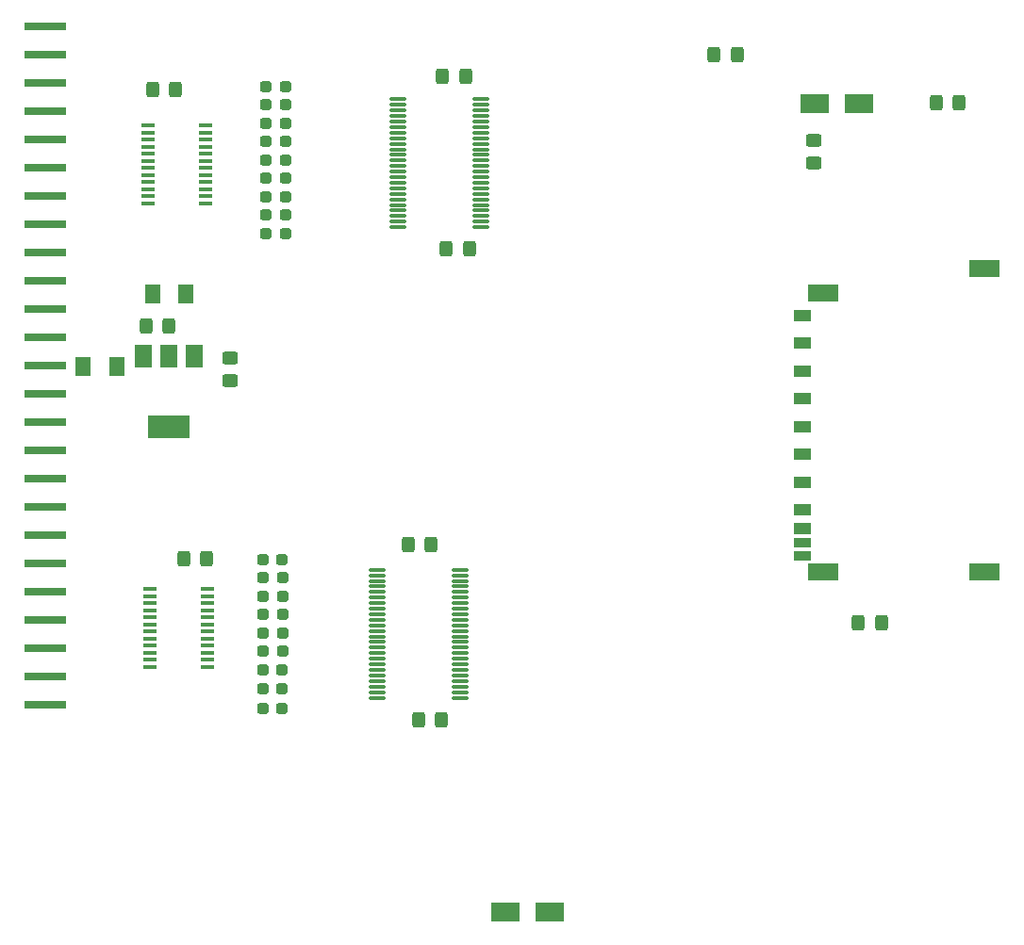
<source format=gbr>
%TF.GenerationSoftware,KiCad,Pcbnew,(6.0.2)*%
%TF.CreationDate,2022-04-15T06:16:40-06:00*%
%TF.ProjectId,XCVR_F1_SMD_V1,58435652-5f46-4315-9f53-4d445f56312e,rev?*%
%TF.SameCoordinates,Original*%
%TF.FileFunction,Paste,Top*%
%TF.FilePolarity,Positive*%
%FSLAX46Y46*%
G04 Gerber Fmt 4.6, Leading zero omitted, Abs format (unit mm)*
G04 Created by KiCad (PCBNEW (6.0.2)) date 2022-04-15 06:16:40*
%MOMM*%
%LPD*%
G01*
G04 APERTURE LIST*
G04 Aperture macros list*
%AMRoundRect*
0 Rectangle with rounded corners*
0 $1 Rounding radius*
0 $2 $3 $4 $5 $6 $7 $8 $9 X,Y pos of 4 corners*
0 Add a 4 corners polygon primitive as box body*
4,1,4,$2,$3,$4,$5,$6,$7,$8,$9,$2,$3,0*
0 Add four circle primitives for the rounded corners*
1,1,$1+$1,$2,$3*
1,1,$1+$1,$4,$5*
1,1,$1+$1,$6,$7*
1,1,$1+$1,$8,$9*
0 Add four rect primitives between the rounded corners*
20,1,$1+$1,$2,$3,$4,$5,0*
20,1,$1+$1,$4,$5,$6,$7,0*
20,1,$1+$1,$6,$7,$8,$9,0*
20,1,$1+$1,$8,$9,$2,$3,0*%
G04 Aperture macros list end*
%ADD10R,3.800000X0.750000*%
%ADD11RoundRect,0.237500X-0.287500X-0.237500X0.287500X-0.237500X0.287500X0.237500X-0.287500X0.237500X0*%
%ADD12RoundRect,0.250001X-0.462499X-0.624999X0.462499X-0.624999X0.462499X0.624999X-0.462499X0.624999X0*%
%ADD13RoundRect,0.250001X0.462499X0.624999X-0.462499X0.624999X-0.462499X-0.624999X0.462499X-0.624999X0*%
%ADD14RoundRect,0.237500X0.287500X0.237500X-0.287500X0.237500X-0.287500X-0.237500X0.287500X-0.237500X0*%
%ADD15R,1.500000X2.000000*%
%ADD16R,3.800000X2.000000*%
%ADD17R,1.200000X0.400000*%
%ADD18RoundRect,0.250000X-0.450000X0.325000X-0.450000X-0.325000X0.450000X-0.325000X0.450000X0.325000X0*%
%ADD19RoundRect,0.075000X-0.662500X-0.075000X0.662500X-0.075000X0.662500X0.075000X-0.662500X0.075000X0*%
%ADD20RoundRect,0.250000X-0.325000X-0.450000X0.325000X-0.450000X0.325000X0.450000X-0.325000X0.450000X0*%
%ADD21RoundRect,0.250000X0.325000X0.450000X-0.325000X0.450000X-0.325000X-0.450000X0.325000X-0.450000X0*%
%ADD22RoundRect,0.250000X0.450000X-0.325000X0.450000X0.325000X-0.450000X0.325000X-0.450000X-0.325000X0*%
%ADD23R,1.500000X0.960000*%
%ADD24R,1.500000X1.100000*%
%ADD25R,2.800000X1.500000*%
%ADD26R,2.500000X1.800000*%
G04 APERTURE END LIST*
D10*
%TO.C,J3*%
X107017820Y-129484120D03*
X107017820Y-126944120D03*
X107017820Y-124404120D03*
X107017820Y-121864120D03*
X107017820Y-119324120D03*
X107017820Y-116784120D03*
X107017820Y-114244120D03*
X107017820Y-111704120D03*
X107017820Y-109164120D03*
X107017820Y-106624120D03*
X107017820Y-104084120D03*
X107017820Y-101544120D03*
X107017820Y-99004120D03*
X107017820Y-96464120D03*
X107017820Y-93924120D03*
X107017820Y-91384120D03*
X107017820Y-88844120D03*
X107017820Y-86304120D03*
X107017820Y-83764120D03*
X107017820Y-81224120D03*
X107017820Y-78684120D03*
X107017820Y-76144120D03*
X107017820Y-73604120D03*
X107017820Y-71064120D03*
X107017820Y-68524120D03*
%TD*%
D11*
%TO.C,R6*%
X126537780Y-119689880D03*
X128287780Y-119689880D03*
%TD*%
%TO.C,R4*%
X126537780Y-118038880D03*
X128287780Y-118038880D03*
%TD*%
%TO.C,R5*%
X126523780Y-126293880D03*
X128273780Y-126293880D03*
%TD*%
%TO.C,R10*%
X126523780Y-128008380D03*
X128273780Y-128008380D03*
%TD*%
%TO.C,R7*%
X126537780Y-124642880D03*
X128287780Y-124642880D03*
%TD*%
%TO.C,R8*%
X126537780Y-121340880D03*
X128287780Y-121340880D03*
%TD*%
%TO.C,R1*%
X126523780Y-116387880D03*
X128273780Y-116387880D03*
%TD*%
%TO.C,R11*%
X126523780Y-129786380D03*
X128273780Y-129786380D03*
%TD*%
%TO.C,R9*%
X126537780Y-122991880D03*
X128287780Y-122991880D03*
%TD*%
D12*
%TO.C,C1*%
X116664080Y-92506800D03*
X119639080Y-92506800D03*
%TD*%
D13*
%TO.C,C2*%
X113386260Y-99082860D03*
X110411260Y-99082860D03*
%TD*%
D11*
%TO.C,R3*%
X126804420Y-73916540D03*
X128554420Y-73916540D03*
%TD*%
%TO.C,R2*%
X126804420Y-75567540D03*
X128554420Y-75567540D03*
%TD*%
D14*
%TO.C,R18*%
X128554420Y-83822540D03*
X126804420Y-83822540D03*
%TD*%
%TO.C,R17*%
X128554420Y-85473540D03*
X126804420Y-85473540D03*
%TD*%
%TO.C,R16*%
X128554420Y-87124540D03*
X126804420Y-87124540D03*
%TD*%
%TO.C,R15*%
X128554420Y-82171540D03*
X126804420Y-82171540D03*
%TD*%
%TO.C,R14*%
X128554420Y-80520540D03*
X126804420Y-80520540D03*
%TD*%
%TO.C,R13*%
X128554420Y-78869540D03*
X126804420Y-78869540D03*
%TD*%
%TO.C,R12*%
X128568420Y-77218540D03*
X126818420Y-77218540D03*
%TD*%
D15*
%TO.C,U3*%
X120393220Y-98146920D03*
X118093220Y-98146920D03*
D16*
X118093220Y-104446920D03*
D15*
X115793220Y-98146920D03*
%TD*%
D17*
%TO.C,U2*%
X116203420Y-77409040D03*
X116203420Y-78044040D03*
X116203420Y-78679040D03*
X116203420Y-79314040D03*
X116203420Y-79949040D03*
X116203420Y-80584040D03*
X116203420Y-81219040D03*
X116203420Y-81854040D03*
X116203420Y-82489040D03*
X116203420Y-83124040D03*
X116203420Y-83759040D03*
X116203420Y-84394040D03*
X121403420Y-84394040D03*
X121403420Y-83759040D03*
X121403420Y-83124040D03*
X121403420Y-82489040D03*
X121403420Y-81854040D03*
X121403420Y-81219040D03*
X121403420Y-80584040D03*
X121403420Y-79949040D03*
X121403420Y-79314040D03*
X121403420Y-78679040D03*
X121403420Y-78044040D03*
X121403420Y-77409040D03*
%TD*%
%TO.C,U1*%
X116353280Y-119054880D03*
X116353280Y-119689880D03*
X116353280Y-120324880D03*
X116353280Y-120959880D03*
X116353280Y-121594880D03*
X116353280Y-122229880D03*
X116353280Y-122864880D03*
X116353280Y-123499880D03*
X116353280Y-124134880D03*
X116353280Y-124769880D03*
X116353280Y-125404880D03*
X116353280Y-126039880D03*
X121553280Y-126039880D03*
X121553280Y-125404880D03*
X121553280Y-124769880D03*
X121553280Y-124134880D03*
X121553280Y-123499880D03*
X121553280Y-122864880D03*
X121553280Y-122229880D03*
X121553280Y-121594880D03*
X121553280Y-120959880D03*
X121553280Y-120324880D03*
X121553280Y-119689880D03*
X121553280Y-119054880D03*
%TD*%
D18*
%TO.C,C3*%
X176034700Y-78733540D03*
X176034700Y-80783540D03*
%TD*%
D19*
%TO.C,U4*%
X136832340Y-117330720D03*
X136832340Y-117830720D03*
X136832340Y-118330720D03*
X136832340Y-118830720D03*
X136832340Y-119330720D03*
X136832340Y-119830720D03*
X136832340Y-120330720D03*
X136832340Y-120830720D03*
X136832340Y-121330720D03*
X136832340Y-121830720D03*
X136832340Y-122330720D03*
X136832340Y-122830720D03*
X136832340Y-123330720D03*
X136832340Y-123830720D03*
X136832340Y-124330720D03*
X136832340Y-124830720D03*
X136832340Y-125330720D03*
X136832340Y-125830720D03*
X136832340Y-126330720D03*
X136832340Y-126830720D03*
X136832340Y-127330720D03*
X136832340Y-127830720D03*
X136832340Y-128330720D03*
X136832340Y-128830720D03*
X144257340Y-128830720D03*
X144257340Y-128330720D03*
X144257340Y-127830720D03*
X144257340Y-127330720D03*
X144257340Y-126830720D03*
X144257340Y-126330720D03*
X144257340Y-125830720D03*
X144257340Y-125330720D03*
X144257340Y-124830720D03*
X144257340Y-124330720D03*
X144257340Y-123830720D03*
X144257340Y-123330720D03*
X144257340Y-122830720D03*
X144257340Y-122330720D03*
X144257340Y-121830720D03*
X144257340Y-121330720D03*
X144257340Y-120830720D03*
X144257340Y-120330720D03*
X144257340Y-119830720D03*
X144257340Y-119330720D03*
X144257340Y-118830720D03*
X144257340Y-118330720D03*
X144257340Y-117830720D03*
X144257340Y-117330720D03*
%TD*%
%TO.C,U5*%
X138674820Y-75052480D03*
X138674820Y-75552480D03*
X138674820Y-76052480D03*
X138674820Y-76552480D03*
X138674820Y-77052480D03*
X138674820Y-77552480D03*
X138674820Y-78052480D03*
X138674820Y-78552480D03*
X138674820Y-79052480D03*
X138674820Y-79552480D03*
X138674820Y-80052480D03*
X138674820Y-80552480D03*
X138674820Y-81052480D03*
X138674820Y-81552480D03*
X138674820Y-82052480D03*
X138674820Y-82552480D03*
X138674820Y-83052480D03*
X138674820Y-83552480D03*
X138674820Y-84052480D03*
X138674820Y-84552480D03*
X138674820Y-85052480D03*
X138674820Y-85552480D03*
X138674820Y-86052480D03*
X138674820Y-86552480D03*
X146099820Y-86552480D03*
X146099820Y-86052480D03*
X146099820Y-85552480D03*
X146099820Y-85052480D03*
X146099820Y-84552480D03*
X146099820Y-84052480D03*
X146099820Y-83552480D03*
X146099820Y-83052480D03*
X146099820Y-82552480D03*
X146099820Y-82052480D03*
X146099820Y-81552480D03*
X146099820Y-81052480D03*
X146099820Y-80552480D03*
X146099820Y-80052480D03*
X146099820Y-79552480D03*
X146099820Y-79052480D03*
X146099820Y-78552480D03*
X146099820Y-78052480D03*
X146099820Y-77552480D03*
X146099820Y-77052480D03*
X146099820Y-76552480D03*
X146099820Y-76052480D03*
X146099820Y-75552480D03*
X146099820Y-75052480D03*
%TD*%
D20*
%TO.C,C4*%
X139600720Y-115072160D03*
X141650720Y-115072160D03*
%TD*%
%TO.C,C5*%
X142671580Y-72953880D03*
X144721580Y-72953880D03*
%TD*%
D21*
%TO.C,R19*%
X121478040Y-116304060D03*
X119428040Y-116304060D03*
%TD*%
%TO.C,R21*%
X169108120Y-71031100D03*
X167058120Y-71031100D03*
%TD*%
%TO.C,C6*%
X118685420Y-74206100D03*
X116635420Y-74206100D03*
%TD*%
D20*
%TO.C,C7*%
X116060001Y-95455740D03*
X118110001Y-95455740D03*
%TD*%
D22*
%TO.C,C8*%
X123596400Y-100353080D03*
X123596400Y-98303080D03*
%TD*%
D20*
%TO.C,C9*%
X186965480Y-75399900D03*
X189015480Y-75399900D03*
%TD*%
%TO.C,C10*%
X140494800Y-130810000D03*
X142544800Y-130810000D03*
%TD*%
%TO.C,C11*%
X180012120Y-122087640D03*
X182062120Y-122087640D03*
%TD*%
D23*
%TO.C,SD1*%
X175011080Y-116095780D03*
X175011080Y-114895780D03*
D24*
X175011080Y-113595780D03*
X175011080Y-111895780D03*
X175011080Y-109465780D03*
X175011080Y-106965780D03*
X175011080Y-104465780D03*
X175011080Y-101965780D03*
X175011080Y-99465780D03*
X175011080Y-96965780D03*
X175011080Y-94465780D03*
D25*
X176811080Y-117555780D03*
X176811080Y-92455780D03*
X191311080Y-117555780D03*
X191311080Y-90255780D03*
%TD*%
D26*
%TO.C,D1*%
X176070760Y-75410060D03*
X180070760Y-75410060D03*
%TD*%
%TO.C,D2*%
X152301960Y-148130260D03*
X148301960Y-148130260D03*
%TD*%
D20*
%TO.C,C12*%
X143017020Y-88447880D03*
X145067020Y-88447880D03*
%TD*%
M02*

</source>
